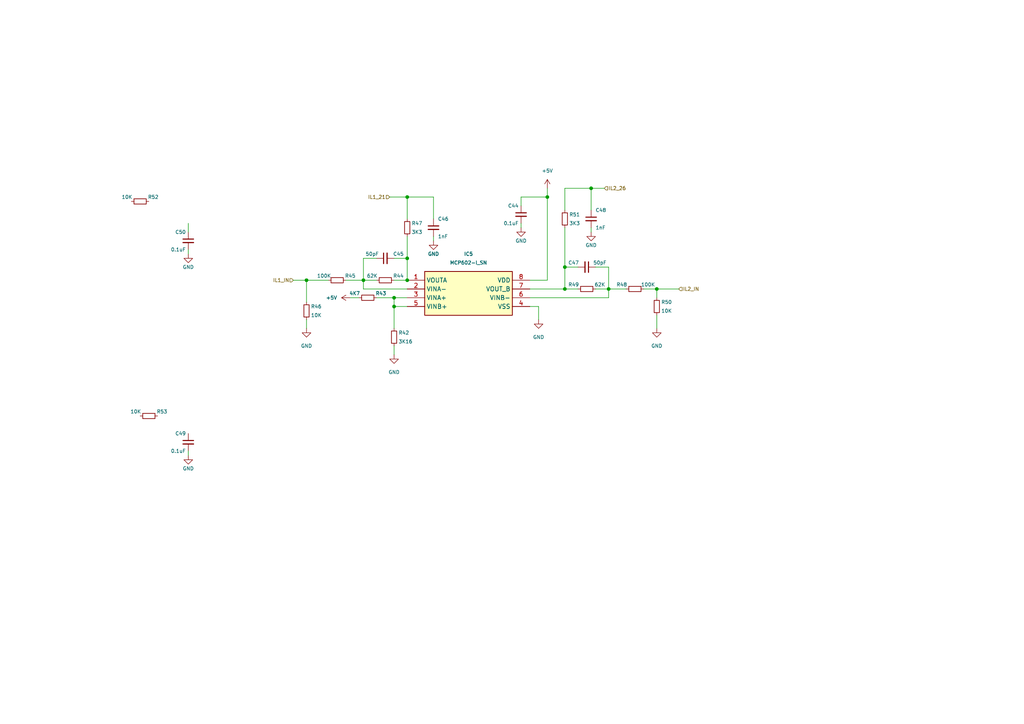
<source format=kicad_sch>
(kicad_sch (version 20231120) (generator "eeschema") (generator_version "8.0")
  (paper "A4")
  (lib_symbols
    (symbol "Device:C_Small" (pin_numbers hide) (pin_names (offset 0.254) hide)
      (property "Reference" "C" (at 0.254 1.778 0))
      (property "Value" "C_Small" (at 0.254 -2.032 0))
      (symbol "C_Small_0_1"
        (polyline (pts (xy -1.524 -0.508) (xy 1.524 -0.508)) (stroke (width 0.3302)))
        (polyline (pts (xy -1.524 0.508) (xy 1.524 0.508)) (stroke (width 0.3048)))
      )
      (symbol "C_Small_1_1"
        (pin passive line (at 0 2.54 270) (length 2.032) (name "~") (number "1"))
        (pin passive line (at 0 -2.54 90) (length 2.032) (name "~") (number "2"))
      )
    )
    (symbol "Device:R_Small" (pin_numbers hide) (pin_names (offset 0.254) hide)
      (property "Reference" "R" (at 0.762 0.508 0))
      (property "Value" "R_Small" (at 0.762 -1.016 0))
      (symbol "R_Small_0_1"
        (rectangle (start -0.762 1.778) (end 0.762 -1.778) (stroke (width 0.2032)))
      )
      (symbol "R_Small_1_1"
        (pin passive line (at 0 2.54 270) (length 0.762) (name "~") (number "1"))
        (pin passive line (at 0 -2.54 90) (length 0.762) (name "~") (number "2"))
      )
    )
    (symbol "SamacSys_Parts:MCP602-I_SN"
      (property "Reference" "IC5" (at 17.78 7.62 0))
      (property "Value" "MCP602-I_SN" (at 17.78 5.08 0))
      (symbol "MCP602-I_SN_1_1"
        (rectangle (start 5.08 2.54) (end 30.48 -10.16) (stroke (width 0.254)) (fill (type background)))
        (pin passive line (at 0 0 0) (length 5.08) (name "VOUTA") (number "1"))
        (pin passive line (at 0 -2.54 0) (length 5.08) (name "VINA-") (number "2"))
        (pin passive line (at 0 -5.08 0) (length 5.08) (name "VINA+") (number "3"))
        (pin passive line (at 35.56 -7.62 180) (length 5.08) (name "VSS") (number "4"))
        (pin passive line (at 0 -7.62 0) (length 5.08) (name "VINB+") (number "5"))
        (pin passive line (at 35.56 -5.08 180) (length 5.08) (name "VINB-") (number "6"))
        (pin passive line (at 35.56 -2.54 180) (length 5.08) (name "VOUT_B") (number "7"))
        (pin passive line (at 35.56 0 180) (length 5.08) (name "VDD") (number "8"))
      )
    )
    (symbol "power:+5V" (power) (pin_names (offset 0))
      (property "Value" "+5V" (at 0 3.556 0))
      (symbol "+5V_0_1"
        (polyline (pts (xy -0.762 1.27) (xy 0 2.54)))
        (polyline (pts (xy 0 0) (xy 0 2.54)))
        (polyline (pts (xy 0 2.54) (xy 0.762 1.27)))
      )
      (symbol "+5V_1_1"
        (pin power_in line (at 0 0 90) (length 0) hide (name "+5V") (number "1"))
      )
    )
    (symbol "power:GND" (power) (pin_names (offset 0))
      (property "Value" "GND" (at 0 -3.81 0))
      (symbol "GND_0_1"
        (polyline (pts (xy 0 0) (xy 0 -1.27) (xy 1.27 -1.27) (xy 0 -2.54) (xy -1.27 -1.27) (xy 0 -1.27)))
      )
      (symbol "GND_1_1"
        (pin power_in line (at 0 0 270) (length 0) hide (name "GND") (number "1"))
      )
    )
  )
  (junction (at 190.5 83.82))
  (junction (at 118.11 57.15))
  (junction (at 114.3 88.9))
  (junction (at 118.11 81.28))
  (junction (at 163.83 77.47))
  (junction (at 105.41 81.28))
  (junction (at 118.11 74.93))
  (junction (at 163.83 83.82))
  (junction (at 171.45 54.61))
  (junction (at 114.3 86.36))
  (junction (at 176.53 83.82))
  (junction (at 88.9 81.28))
  (junction (at 158.75 57.15))
  (wire (pts (xy 114.3 100.33) (xy 114.3 102.87)))
  (wire (pts (xy 181.61 83.82) (xy 176.53 83.82)))
  (wire (pts (xy 85.09 81.28) (xy 88.9 81.28)))
  (wire (pts (xy 176.53 83.82) (xy 172.72 83.82)))
  (wire (pts (xy 153.67 88.9) (xy 156.21 88.9)))
  (wire (pts (xy 114.3 86.36) (xy 114.3 88.9)))
  (wire (pts (xy 100.33 81.28) (xy 105.41 81.28)))
  (wire (pts (xy 156.21 88.9) (xy 156.21 92.71)))
  (wire (pts (xy 113.03 57.15) (xy 118.11 57.15)))
  (wire (pts (xy 114.3 81.28) (xy 118.11 81.28)))
  (wire (pts (xy 105.41 74.93) (xy 105.41 81.28)))
  (wire (pts (xy 125.73 68.58) (xy 125.73 69.85)))
  (wire (pts (xy 167.64 77.47) (xy 163.83 77.47)))
  (wire (pts (xy 163.83 60.96) (xy 163.83 54.61)))
  (wire (pts (xy 54.61 72.39) (xy 54.61 73.66)))
  (wire (pts (xy 54.61 67.31) (xy 54.61 64.77)))
  (wire (pts (xy 153.67 86.36) (xy 176.53 86.36)))
  (wire (pts (xy 163.83 54.61) (xy 171.45 54.61)))
  (wire (pts (xy 118.11 83.82) (xy 105.41 83.82)))
  (wire (pts (xy 114.3 88.9) (xy 118.11 88.9)))
  (wire (pts (xy 171.45 66.04) (xy 171.45 67.31)))
  (wire (pts (xy 114.3 88.9) (xy 114.3 95.25)))
  (wire (pts (xy 176.53 77.47) (xy 176.53 83.82)))
  (wire (pts (xy 151.13 59.69) (xy 151.13 57.15)))
  (wire (pts (xy 190.5 83.82) (xy 196.85 83.82)))
  (wire (pts (xy 118.11 86.36) (xy 114.3 86.36)))
  (wire (pts (xy 153.67 83.82) (xy 163.83 83.82)))
  (wire (pts (xy 163.83 77.47) (xy 163.83 83.82)))
  (wire (pts (xy 105.41 81.28) (xy 109.22 81.28)))
  (wire (pts (xy 125.73 57.15) (xy 125.73 63.5)))
  (wire (pts (xy 118.11 74.93) (xy 118.11 81.28)))
  (wire (pts (xy 88.9 81.28) (xy 95.25 81.28)))
  (wire (pts (xy 158.75 81.28) (xy 158.75 57.15)))
  (wire (pts (xy 163.83 66.04) (xy 163.83 77.47)))
  (wire (pts (xy 118.11 63.5) (xy 118.11 57.15)))
  (wire (pts (xy 109.22 74.93) (xy 105.41 74.93)))
  (wire (pts (xy 151.13 64.77) (xy 151.13 66.04)))
  (wire (pts (xy 190.5 83.82) (xy 190.5 86.36)))
  (wire (pts (xy 167.64 83.82) (xy 163.83 83.82)))
  (wire (pts (xy 101.6 86.36) (xy 104.14 86.36)))
  (wire (pts (xy 88.9 81.28) (xy 88.9 87.63)))
  (wire (pts (xy 118.11 68.58) (xy 118.11 74.93)))
  (wire (pts (xy 114.3 74.93) (xy 118.11 74.93)))
  (wire (pts (xy 109.22 86.36) (xy 114.3 86.36)))
  (wire (pts (xy 158.75 57.15) (xy 158.75 54.61)))
  (wire (pts (xy 186.69 83.82) (xy 190.5 83.82)))
  (wire (pts (xy 88.9 92.71) (xy 88.9 95.25)))
  (wire (pts (xy 105.41 83.82) (xy 105.41 81.28)))
  (wire (pts (xy 176.53 86.36) (xy 176.53 83.82)))
  (wire (pts (xy 171.45 54.61) (xy 171.45 60.96)))
  (wire (pts (xy 153.67 81.28) (xy 158.75 81.28)))
  (wire (pts (xy 151.13 57.15) (xy 158.75 57.15)))
  (wire (pts (xy 172.72 77.47) (xy 176.53 77.47)))
  (wire (pts (xy 54.61 130.81) (xy 54.61 132.08)))
  (wire (pts (xy 118.11 57.15) (xy 125.73 57.15)))
  (wire (pts (xy 171.45 54.61) (xy 175.26 54.61)))
  (wire (pts (xy 190.5 95.25) (xy 190.5 91.44)))
  (hierarchical_label "IL2_IN" (shape input) (at 196.85 83.82 0) (effects (font (size 1.016 1.016))))
  (hierarchical_label "IL1_21" (shape input) (at 113.03 57.15 180) (effects (font (size 1.016 1.016))))
  (hierarchical_label "IL2_26" (shape input) (at 175.26 54.61 0) (effects (font (size 1.016 1.016))))
  (hierarchical_label "IL1_IN" (shape input) (at 85.09 81.28 180) (effects (font (size 1.016 1.016))))
  (symbol (lib_id "Device:R_Small") (at 184.15 83.82 270) (mirror x) (unit 1)
    (property "Reference" "R48" (at 180.34 82.55 90) (effects (font (size 1.016 1.016))))
    (property "Value" "100K" (at 187.96 82.55 90) (effects (font (size 1.016 1.016))))
  )
  (symbol (lib_id "Device:R_Small") (at 43.18 120.65 90) (unit 1)
    (property "Reference" "R53" (at 46.99 119.38 90) (effects (font (size 1.016 1.016))))
    (property "Value" "10K" (at 39.37 119.38 90) (effects (font (size 1.016 1.016))))
  )
  (symbol (lib_id "Device:C_Small") (at 151.13 62.23 0) (unit 1)
    (property "Reference" "C44" (at 147.32 59.69 0) (effects (font (size 1.016 1.016)) (justify left)))
    (property "Value" "0.1uF" (at 146.05 64.77 0) (effects (font (size 1.016 1.016)) (justify left)))
  )
  (symbol (lib_id "power:GND") (at 151.13 66.04 0) (unit 1)
    (property "Reference" "#PWR060" (effects (hide yes)))
    (property "Value" "GND" (at 151.13 69.85 0) (effects (font (size 1.016 1.016))))
  )
  (symbol (lib_id "power:+5V") (at 158.75 54.61 0) (unit 1)
    (property "Reference" "#PWR061" (effects (hide yes)))
    (property "Value" "+5V" (at 158.75 49.53 0) (effects (font (size 1.016 1.016))))
  )
  (symbol (lib_id "Device:R_Small") (at 97.79 81.28 90) (unit 1)
    (property "Reference" "R45" (at 101.6 80.01 90) (effects (font (size 1.016 1.016))))
    (property "Value" "100K" (at 93.98 80.01 90) (effects (font (size 1.016 1.016))))
  )
  (symbol (lib_id "Device:R_Small") (at 106.68 86.36 90) (unit 1)
    (property "Reference" "R43" (at 110.49 85.09 90) (effects (font (size 1.016 1.016))))
    (property "Value" "4K7" (at 102.87 85.09 90) (effects (font (size 1.016 1.016))))
  )
  (symbol (lib_id "power:GND") (at 54.61 73.66 0) (unit 1)
    (property "Reference" "#PWR057" (effects (hide yes)))
    (property "Value" "GND" (at 54.61 77.47 0) (effects (font (size 1.016 1.016))))
  )
  (symbol (lib_id "Device:R_Small") (at 190.5 88.9 0) (unit 1)
    (property "Reference" "R50" (at 191.77 87.63 0) (effects (font (size 1.016 1.016)) (justify left)))
    (property "Value" "10K" (at 191.77 90.17 0) (effects (font (size 1.016 1.016)) (justify left)))
  )
  (symbol (lib_id "power:GND") (at 156.21 92.71 0) (unit 1)
    (property "Reference" "#PWR055" (effects (hide yes)))
    (property "Value" "GND" (at 156.21 97.79 0) (effects (font (size 1.016 1.016))))
  )
  (symbol (lib_id "Device:C_Small") (at 125.73 66.04 0) (unit 1)
    (property "Reference" "C46" (at 127 63.5 0) (effects (font (size 1.016 1.016)) (justify left)))
    (property "Value" "1nF" (at 127 68.58 0) (effects (font (size 1.016 1.016)) (justify left)))
  )
  (symbol (lib_id "Device:C_Small") (at 171.45 63.5 0) (unit 1)
    (property "Reference" "C48" (at 172.72 60.96 0) (effects (font (size 1.016 1.016)) (justify left)))
    (property "Value" "1nF" (at 172.72 66.04 0) (effects (font (size 1.016 1.016)) (justify left)))
  )
  (symbol (lib_id "Device:R_Small") (at 88.9 90.17 0) (unit 1)
    (property "Reference" "R46" (at 90.17 88.9 0) (effects (font (size 1.016 1.016)) (justify left)))
    (property "Value" "10K" (at 90.17 91.44 0) (effects (font (size 1.016 1.016)) (justify left)))
  )
  (symbol (lib_id "Device:C_Small") (at 170.18 77.47 270) (mirror x) (unit 1)
    (property "Reference" "C47" (at 166.37 76.2 90) (effects (font (size 1.016 1.016))))
    (property "Value" "50pF" (at 173.99 76.2 90) (effects (font (size 1.016 1.016))))
  )
  (symbol (lib_id "power:+5V") (at 101.6 86.36 90) (unit 1)
    (property "Reference" "#PWR063" (effects (hide yes)))
    (property "Value" "+5V" (at 97.79 86.36 90) (effects (font (size 1.016 1.016)) (justify left)))
  )
  (symbol (lib_id "power:GND") (at 171.45 67.31 0) (unit 1)
    (property "Reference" "#PWR066" (effects (hide yes)))
    (property "Value" "GND" (at 171.45 71.12 0) (effects (font (size 1.016 1.016))))
  )
  (symbol (lib_id "Device:C_Small") (at 54.61 128.27 0) (unit 1)
    (property "Reference" "C49" (at 50.8 125.73 0) (effects (font (size 1.016 1.016)) (justify left)))
    (property "Value" "0.1uF" (at 49.53 130.81 0) (effects (font (size 1.016 1.016)) (justify left)))
  )
  (symbol (lib_id "Device:R_Small") (at 118.11 66.04 0) (unit 1)
    (property "Reference" "R47" (at 119.38 64.77 0) (effects (font (size 1.016 1.016)) (justify left)))
    (property "Value" "3K3" (at 119.38 67.31 0) (effects (font (size 1.016 1.016)) (justify left)))
  )
  (symbol (lib_id "SamacSys_Parts:MCP602-I_SN") (at 118.11 81.28 0) (unit 1)
    (property "Reference" "IC5" (at 135.89 73.66 0) (effects (font (size 1.016 1.016))))
    (property "Value" "MCP602-I_SN" (at 135.89 76.2 0) (effects (font (size 1.016 1.016))))
    (property "Footprint" "SOIC127P600X175-8N" (effects (hide yes)))
    (property "Datasheet" "http://ww1.microchip.com/downloads/en/DeviceDoc/21314g.pdf" (effects (hide yes)))
    (property "Height" "1.75" (effects (hide yes)))
    (property "Manufacturer_Name" "Microchip" (effects (hide yes)))
    (property "Manufacturer_Part_Number" "MCP602-I/SN" (effects (hide yes)))
    (property "Mouser Part Number" "579-MCP602ISN" (effects (hide yes)))
    (property "Mouser Price/Stock" "https://www.mouser.co.uk/ProductDetail/Microchip-Technology/MCP602-I-SN?qs=joO5ESK7Q6SA2lYGKp5h8Q%3D%3D" (effects (hide yes)))
    (property "Arrow Part Number" "MCP602-I/SN" (effects (hide yes)))
    (property "Arrow Price/Stock" "https://www.arrow.com/en/products/mcp602-isn/microchip-technology?region=europe" (effects (hide yes)))
  )
  (symbol (lib_id "power:GND") (at 190.5 95.25 0) (unit 1)
    (property "Reference" "#PWR059" (effects (hide yes)))
    (property "Value" "GND" (at 190.5 100.33 0) (effects (font (size 1.016 1.016))))
  )
  (symbol (lib_id "power:GND") (at 125.73 69.85 0) (unit 1)
    (property "Reference" "#PWR065" (effects (hide yes)))
    (property "Value" "GND" (at 125.73 73.66 0) (effects (font (size 1.016 1.016))))
  )
  (symbol (lib_id "power:GND") (at 54.61 132.08 0) (unit 1)
    (property "Reference" "#PWR056" (effects (hide yes)))
    (property "Value" "GND" (at 54.61 135.89 0) (effects (font (size 1.016 1.016))))
  )
  (symbol (lib_id "Device:R_Small") (at 114.3 97.79 0) (unit 1)
    (property "Reference" "R42" (at 115.57 96.52 0) (effects (font (size 1.016 1.016)) (justify left)))
    (property "Value" "3K16" (at 115.57 99.06 0) (effects (font (size 1.016 1.016)) (justify left)))
  )
  (symbol (lib_id "power:GND") (at 114.3 102.87 0) (unit 1)
    (property "Reference" "#PWR062" (effects (hide yes)))
    (property "Value" "GND" (at 114.3 107.95 0) (effects (font (size 1.016 1.016))))
  )
  (symbol (lib_id "Device:R_Small") (at 40.64 58.42 90) (unit 1)
    (property "Reference" "R52" (at 44.45 57.15 90) (effects (font (size 1.016 1.016))))
    (property "Value" "10K" (at 36.83 57.15 90) (effects (font (size 1.016 1.016))))
  )
  (symbol (lib_id "Device:R_Small") (at 163.83 63.5 0) (unit 1)
    (property "Reference" "R51" (at 165.1 62.23 0) (effects (font (size 1.016 1.016)) (justify left)))
    (property "Value" "3K3" (at 165.1 64.77 0) (effects (font (size 1.016 1.016)) (justify left)))
  )
  (symbol (lib_id "Device:R_Small") (at 111.76 81.28 90) (unit 1)
    (property "Reference" "R44" (at 115.57 80.01 90) (effects (font (size 1.016 1.016))))
    (property "Value" "62K" (at 107.95 80.01 90) (effects (font (size 1.016 1.016))))
  )
  (symbol (lib_id "power:GND") (at 88.9 95.25 0) (unit 1)
    (property "Reference" "#PWR064" (effects (hide yes)))
    (property "Value" "GND" (at 88.9 100.33 0) (effects (font (size 1.016 1.016))))
  )
  (symbol (lib_id "Device:C_Small") (at 54.61 69.85 0) (unit 1)
    (property "Reference" "C50" (at 50.8 67.31 0) (effects (font (size 1.016 1.016)) (justify left)))
    (property "Value" "0.1uF" (at 49.53 72.39 0) (effects (font (size 1.016 1.016)) (justify left)))
  )
  (symbol (lib_id "Device:R_Small") (at 170.18 83.82 270) (mirror x) (unit 1)
    (property "Reference" "R49" (at 166.37 82.55 90) (effects (font (size 1.016 1.016))))
    (property "Value" "62K" (at 173.99 82.55 90) (effects (font (size 1.016 1.016))))
  )
  (symbol (lib_id "Device:C_Small") (at 111.76 74.93 90) (unit 1)
    (property "Reference" "C45" (at 115.57 73.66 90) (effects (font (size 1.016 1.016))))
    (property "Value" "50pF" (at 107.95 73.66 90) (effects (font (size 1.016 1.016))))
  )
)
</source>
